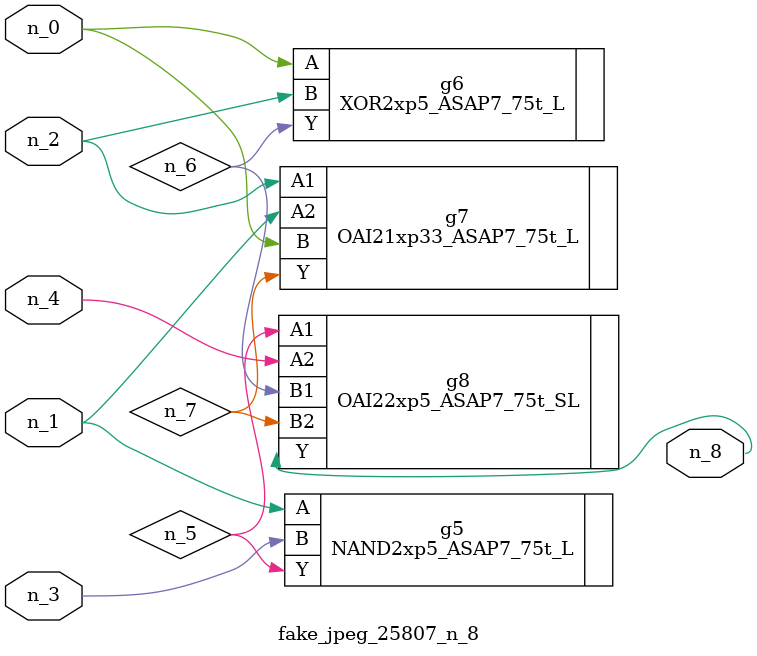
<source format=v>
module fake_jpeg_25807_n_8 (n_3, n_2, n_1, n_0, n_4, n_8);

input n_3;
input n_2;
input n_1;
input n_0;
input n_4;

output n_8;

wire n_6;
wire n_5;
wire n_7;

NAND2xp5_ASAP7_75t_L g5 ( 
.A(n_1),
.B(n_3),
.Y(n_5)
);

XOR2xp5_ASAP7_75t_L g6 ( 
.A(n_0),
.B(n_2),
.Y(n_6)
);

OAI21xp33_ASAP7_75t_L g7 ( 
.A1(n_2),
.A2(n_1),
.B(n_0),
.Y(n_7)
);

OAI22xp5_ASAP7_75t_SL g8 ( 
.A1(n_5),
.A2(n_4),
.B1(n_6),
.B2(n_7),
.Y(n_8)
);


endmodule
</source>
